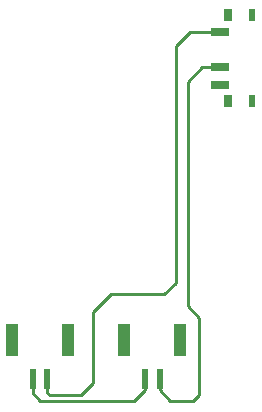
<source format=gbr>
G04 #@! TF.GenerationSoftware,KiCad,Pcbnew,(6.99.0-3982-g8d40bf25d6)*
G04 #@! TF.CreationDate,2022-10-20T10:42:06+02:00*
G04 #@! TF.ProjectId,test,74657374-2e6b-4696-9361-645f70636258,rev?*
G04 #@! TF.SameCoordinates,Original*
G04 #@! TF.FileFunction,Copper,L2,Bot*
G04 #@! TF.FilePolarity,Positive*
%FSLAX46Y46*%
G04 Gerber Fmt 4.6, Leading zero omitted, Abs format (unit mm)*
G04 Created by KiCad (PCBNEW (6.99.0-3982-g8d40bf25d6)) date 2022-10-20 10:42:06*
%MOMM*%
%LPD*%
G01*
G04 APERTURE LIST*
G04 #@! TA.AperFunction,SMDPad,CuDef*
%ADD10R,1.000000X2.800000*%
G04 #@! TD*
G04 #@! TA.AperFunction,SMDPad,CuDef*
%ADD11R,0.600000X1.800000*%
G04 #@! TD*
G04 #@! TA.AperFunction,SMDPad,CuDef*
%ADD12R,1.498600X0.698500*%
G04 #@! TD*
G04 #@! TA.AperFunction,SMDPad,CuDef*
%ADD13R,0.599440X0.998220*%
G04 #@! TD*
G04 #@! TA.AperFunction,SMDPad,CuDef*
%ADD14R,0.797560X0.998220*%
G04 #@! TD*
G04 #@! TA.AperFunction,Conductor*
%ADD15C,0.250000*%
G04 #@! TD*
G04 APERTURE END LIST*
D10*
X62349999Y-116824999D03*
X57649999Y-116824999D03*
D11*
X59374999Y-120174999D03*
X60624999Y-120174999D03*
X51124999Y-120174999D03*
X49874999Y-120174999D03*
D10*
X48149999Y-116824999D03*
X52849999Y-116824999D03*
D12*
X65752479Y-95247899D03*
X65752479Y-93749299D03*
X65752479Y-90752099D03*
D13*
X68498219Y-96649979D03*
D14*
X66400179Y-96649979D03*
D13*
X68498219Y-89350019D03*
D14*
X66400179Y-89350019D03*
D15*
X65752480Y-93749300D02*
X64250700Y-93749300D01*
X64000000Y-121500000D02*
X63500000Y-122000000D01*
X64250700Y-93749300D02*
X63000000Y-95000000D01*
X63000000Y-95000000D02*
X63000000Y-114000000D01*
X61500000Y-122000000D02*
X60625000Y-121125000D01*
X63000000Y-114000000D02*
X64000000Y-115000000D01*
X60625000Y-121125000D02*
X60625000Y-120175000D01*
X64000000Y-115000000D02*
X64000000Y-121500000D01*
X63500000Y-122000000D02*
X61500000Y-122000000D01*
X51125000Y-120175000D02*
X51125000Y-121325000D01*
X56500000Y-113000000D02*
X61000000Y-113000000D01*
X51125000Y-121325000D02*
X51350000Y-121550000D01*
X51350000Y-121550000D02*
X53950000Y-121550000D01*
X53950000Y-121550000D02*
X55000000Y-120500000D01*
X62000000Y-112000000D02*
X62000000Y-92000000D01*
X55000000Y-120500000D02*
X55000000Y-114500000D01*
X55000000Y-114500000D02*
X56500000Y-113000000D01*
X61000000Y-113000000D02*
X62000000Y-112000000D01*
X62000000Y-92000000D02*
X63247900Y-90752100D01*
X63247900Y-90752100D02*
X65752480Y-90752100D01*
X50500000Y-122000000D02*
X58500000Y-122000000D01*
X49875000Y-120175000D02*
X49875000Y-121375000D01*
X49875000Y-121375000D02*
X50500000Y-122000000D01*
X58500000Y-122000000D02*
X59375000Y-121125000D01*
X59375000Y-121125000D02*
X59375000Y-120175000D01*
M02*

</source>
